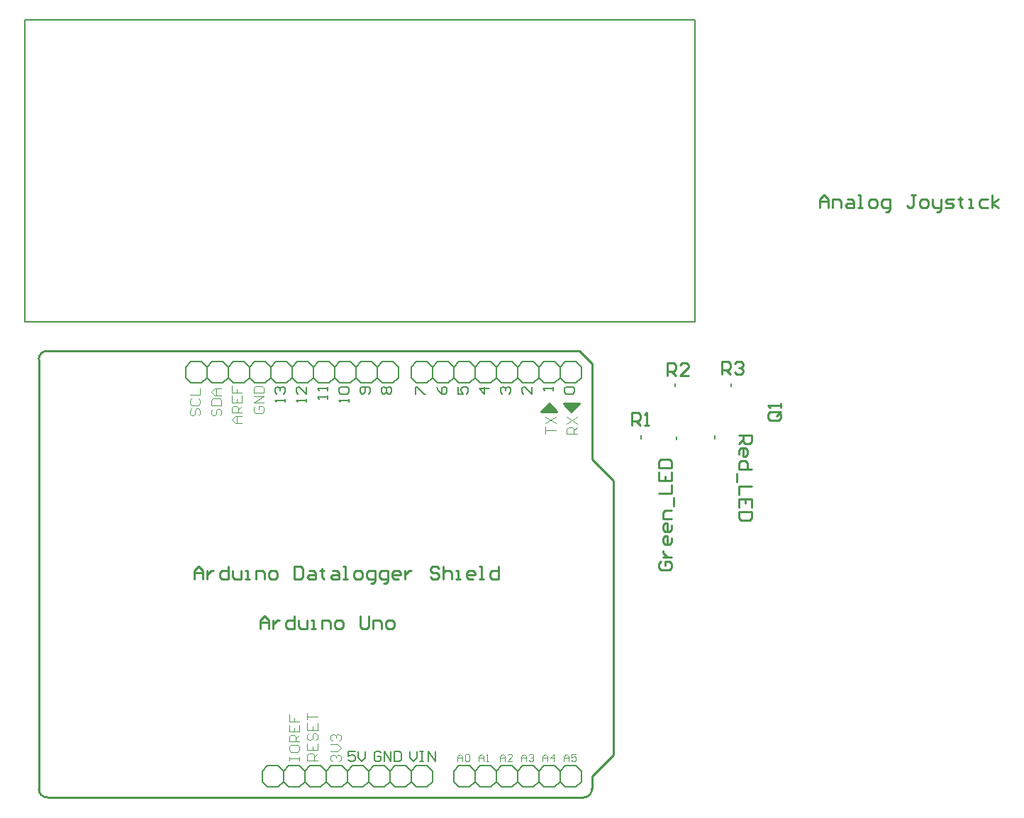
<source format=gbr>
G04*
G04 #@! TF.GenerationSoftware,Altium Limited,Altium Designer,25.1.2 (22)*
G04*
G04 Layer_Color=65535*
%FSLAX44Y44*%
%MOMM*%
G71*
G04*
G04 #@! TF.SameCoordinates,9535EB50-0258-4A23-84A0-ABDCE19BAB1E*
G04*
G04*
G04 #@! TF.FilePolarity,Positive*
G04*
G01*
G75*
%ADD10C,0.2540*%
%ADD11C,0.1270*%
%ADD12C,0.1500*%
%ADD13C,0.1524*%
%ADD14C,0.3048*%
%ADD15C,0.1451*%
%ADD16C,0.1036*%
%ADD17C,0.1209*%
D10*
X954104Y301020D02*
G03*
X964010Y311180I-127J10033D01*
G01*
X303610D02*
G03*
X313770Y301020I10160J0D01*
G01*
Y834420D02*
G03*
X303610Y824514I-127J-10033D01*
G01*
X313770Y834420D02*
X948770D01*
X964010Y819180D01*
Y704880D02*
Y819180D01*
X989410Y351820D02*
Y679480D01*
X964010Y326420D02*
X989410Y351820D01*
X964010Y311180D02*
Y326420D01*
X313770Y301020D02*
X954104D01*
X303610Y311180D02*
Y824514D01*
X964010Y704880D02*
X989410Y679480D01*
X1235971Y1005586D02*
Y1015743D01*
X1241049Y1020821D01*
X1246128Y1015743D01*
Y1005586D01*
Y1013204D01*
X1235971D01*
X1251206Y1005586D02*
Y1015743D01*
X1258824D01*
X1261363Y1013204D01*
Y1005586D01*
X1268980Y1015743D02*
X1274059D01*
X1276598Y1013204D01*
Y1005586D01*
X1268980D01*
X1266441Y1008125D01*
X1268980Y1010664D01*
X1276598D01*
X1281676Y1005586D02*
X1286755D01*
X1284215D01*
Y1020821D01*
X1281676D01*
X1296911Y1005586D02*
X1301990D01*
X1304529Y1008125D01*
Y1013204D01*
X1301990Y1015743D01*
X1296911D01*
X1294372Y1013204D01*
Y1008125D01*
X1296911Y1005586D01*
X1314686Y1000508D02*
X1317225D01*
X1319764Y1003047D01*
Y1015743D01*
X1312146D01*
X1309607Y1013204D01*
Y1008125D01*
X1312146Y1005586D01*
X1319764D01*
X1350234Y1020821D02*
X1345156D01*
X1347695D01*
Y1008125D01*
X1345156Y1005586D01*
X1342616D01*
X1340077Y1008125D01*
X1357852Y1005586D02*
X1362930D01*
X1365469Y1008125D01*
Y1013204D01*
X1362930Y1015743D01*
X1357852D01*
X1355312Y1013204D01*
Y1008125D01*
X1357852Y1005586D01*
X1370547Y1015743D02*
Y1008125D01*
X1373087Y1005586D01*
X1380704D01*
Y1003047D01*
X1378165Y1000508D01*
X1375626D01*
X1380704Y1005586D02*
Y1015743D01*
X1385782Y1005586D02*
X1393400D01*
X1395939Y1008125D01*
X1393400Y1010664D01*
X1388322D01*
X1385782Y1013204D01*
X1388322Y1015743D01*
X1395939D01*
X1403557Y1018282D02*
Y1015743D01*
X1401018D01*
X1406096D01*
X1403557D01*
Y1008125D01*
X1406096Y1005586D01*
X1413714D02*
X1418792D01*
X1416253D01*
Y1015743D01*
X1413714D01*
X1436566D02*
X1428949D01*
X1426409Y1013204D01*
Y1008125D01*
X1428949Y1005586D01*
X1436566D01*
X1441644D02*
Y1020821D01*
Y1010664D02*
X1449262Y1015743D01*
X1441644Y1010664D02*
X1449262Y1005586D01*
X489210Y561420D02*
Y571577D01*
X494288Y576655D01*
X499367Y571577D01*
Y561420D01*
Y569038D01*
X489210D01*
X504445Y571577D02*
Y561420D01*
Y566498D01*
X506984Y569038D01*
X509523Y571577D01*
X512063D01*
X529837Y576655D02*
Y561420D01*
X522219D01*
X519680Y563959D01*
Y569038D01*
X522219Y571577D01*
X529837D01*
X534915D02*
Y563959D01*
X537454Y561420D01*
X545072D01*
Y571577D01*
X550150Y561420D02*
X555229D01*
X552690D01*
Y571577D01*
X550150D01*
X562846Y561420D02*
Y571577D01*
X570464D01*
X573003Y569038D01*
Y561420D01*
X580620D02*
X585699D01*
X588238Y563959D01*
Y569038D01*
X585699Y571577D01*
X580620D01*
X578081Y569038D01*
Y563959D01*
X580620Y561420D01*
X608551Y576655D02*
Y561420D01*
X616169D01*
X618708Y563959D01*
Y574116D01*
X616169Y576655D01*
X608551D01*
X626326Y571577D02*
X631404D01*
X633943Y569038D01*
Y561420D01*
X626326D01*
X623787Y563959D01*
X626326Y566498D01*
X633943D01*
X641561Y574116D02*
Y571577D01*
X639021D01*
X644100D01*
X641561D01*
Y563959D01*
X644100Y561420D01*
X654257Y571577D02*
X659335D01*
X661874Y569038D01*
Y561420D01*
X654257D01*
X651717Y563959D01*
X654257Y566498D01*
X661874D01*
X666953Y561420D02*
X672031D01*
X669492D01*
Y576655D01*
X666953D01*
X682188Y561420D02*
X687266D01*
X689805Y563959D01*
Y569038D01*
X687266Y571577D01*
X682188D01*
X679648Y569038D01*
Y563959D01*
X682188Y561420D01*
X699962Y556342D02*
X702501D01*
X705040Y558881D01*
Y571577D01*
X697423D01*
X694883Y569038D01*
Y563959D01*
X697423Y561420D01*
X705040D01*
X715197Y556342D02*
X717736D01*
X720275Y558881D01*
Y571577D01*
X712658D01*
X710118Y569038D01*
Y563959D01*
X712658Y561420D01*
X720275D01*
X732971D02*
X727893D01*
X725354Y563959D01*
Y569038D01*
X727893Y571577D01*
X732971D01*
X735510Y569038D01*
Y566498D01*
X725354D01*
X740589Y571577D02*
Y561420D01*
Y566498D01*
X743128Y569038D01*
X745667Y571577D01*
X748206D01*
X781216Y574116D02*
X778676Y576655D01*
X773598D01*
X771059Y574116D01*
Y571577D01*
X773598Y569038D01*
X778676D01*
X781216Y566498D01*
Y563959D01*
X778676Y561420D01*
X773598D01*
X771059Y563959D01*
X786294Y576655D02*
Y561420D01*
Y569038D01*
X788833Y571577D01*
X793911D01*
X796451Y569038D01*
Y561420D01*
X801529D02*
X806607D01*
X804068D01*
Y571577D01*
X801529D01*
X821842Y561420D02*
X816764D01*
X814225Y563959D01*
Y569038D01*
X816764Y571577D01*
X821842D01*
X824382Y569038D01*
Y566498D01*
X814225D01*
X829460Y561420D02*
X834538D01*
X831999D01*
Y576655D01*
X829460D01*
X852312D02*
Y561420D01*
X844695D01*
X842156Y563959D01*
Y569038D01*
X844695Y571577D01*
X852312D01*
X1118874Y806452D02*
Y821687D01*
X1126492D01*
X1129031Y819148D01*
Y814070D01*
X1126492Y811531D01*
X1118874D01*
X1123952D02*
X1129031Y806452D01*
X1134109Y819148D02*
X1136648Y821687D01*
X1141727D01*
X1144266Y819148D01*
Y816609D01*
X1141727Y814070D01*
X1139187D01*
X1141727D01*
X1144266Y811531D01*
Y808992D01*
X1141727Y806452D01*
X1136648D01*
X1134109Y808992D01*
X1054104Y805182D02*
Y820417D01*
X1061722D01*
X1064261Y817878D01*
Y812800D01*
X1061722Y810261D01*
X1054104D01*
X1059183D02*
X1064261Y805182D01*
X1079496D02*
X1069339D01*
X1079496Y815339D01*
Y817878D01*
X1076957Y820417D01*
X1071878D01*
X1069339Y817878D01*
X1011503Y745492D02*
Y760727D01*
X1019121D01*
X1021660Y758188D01*
Y753110D01*
X1019121Y750571D01*
X1011503D01*
X1016582D02*
X1021660Y745492D01*
X1026738D02*
X1031817D01*
X1029278D01*
Y760727D01*
X1026738Y758188D01*
X1139571Y733679D02*
X1154806D01*
Y726061D01*
X1152267Y723522D01*
X1147188D01*
X1144649Y726061D01*
Y733679D01*
Y728601D02*
X1139571Y723522D01*
Y710826D02*
Y715905D01*
X1142110Y718444D01*
X1147188D01*
X1149728Y715905D01*
Y710826D01*
X1147188Y708287D01*
X1144649D01*
Y718444D01*
X1154806Y693052D02*
X1139571D01*
Y700670D01*
X1142110Y703209D01*
X1147188D01*
X1149728Y700670D01*
Y693052D01*
X1137032Y687974D02*
Y677817D01*
X1154806Y672739D02*
X1139571D01*
Y662582D01*
X1154806Y647347D02*
Y657504D01*
X1139571D01*
Y647347D01*
X1147188Y657504D02*
Y652425D01*
X1154806Y642269D02*
X1139571D01*
Y634651D01*
X1142110Y632112D01*
X1152267D01*
X1154806Y634651D01*
Y642269D01*
X1186816Y761870D02*
X1176659D01*
X1174120Y759331D01*
Y754252D01*
X1176659Y751713D01*
X1186816D01*
X1189355Y754252D01*
Y759331D01*
X1184277Y756791D02*
X1189355Y761870D01*
Y759331D02*
X1186816Y761870D01*
X1189355Y766948D02*
Y772026D01*
Y769487D01*
X1174120D01*
X1176659Y766948D01*
X1046482Y582948D02*
X1043943Y580409D01*
Y575331D01*
X1046482Y572791D01*
X1056639D01*
X1059178Y575331D01*
Y580409D01*
X1056639Y582948D01*
X1051560D01*
Y577870D01*
X1049021Y588026D02*
X1059178D01*
X1054100D01*
X1051560Y590566D01*
X1049021Y593105D01*
Y595644D01*
X1059178Y610879D02*
Y605801D01*
X1056639Y603261D01*
X1051560D01*
X1049021Y605801D01*
Y610879D01*
X1051560Y613418D01*
X1054100D01*
Y603261D01*
X1059178Y626114D02*
Y621036D01*
X1056639Y618497D01*
X1051560D01*
X1049021Y621036D01*
Y626114D01*
X1051560Y628653D01*
X1054100D01*
Y618497D01*
X1059178Y633732D02*
X1049021D01*
Y641349D01*
X1051560Y643888D01*
X1059178D01*
X1061717Y648967D02*
Y659123D01*
X1043943Y664202D02*
X1059178D01*
Y674359D01*
X1043943Y689594D02*
Y679437D01*
X1059178D01*
Y689594D01*
X1051560Y679437D02*
Y684515D01*
X1043943Y694672D02*
X1059178D01*
Y702290D01*
X1056639Y704829D01*
X1046482D01*
X1043943Y702290D01*
Y694672D01*
X567716Y502923D02*
Y513079D01*
X572794Y518158D01*
X577873Y513079D01*
Y502923D01*
Y510540D01*
X567716D01*
X582951Y513079D02*
Y502923D01*
Y508001D01*
X585490Y510540D01*
X588029Y513079D01*
X590569D01*
X608343Y518158D02*
Y502923D01*
X600725D01*
X598186Y505462D01*
Y510540D01*
X600725Y513079D01*
X608343D01*
X613421D02*
Y505462D01*
X615960Y502923D01*
X623578D01*
Y513079D01*
X628656Y502923D02*
X633735D01*
X631195D01*
Y513079D01*
X628656D01*
X641352Y502923D02*
Y513079D01*
X648970D01*
X651509Y510540D01*
Y502923D01*
X659126D02*
X664205D01*
X666744Y505462D01*
Y510540D01*
X664205Y513079D01*
X659126D01*
X656587Y510540D01*
Y505462D01*
X659126Y502923D01*
X687057Y518158D02*
Y505462D01*
X689596Y502923D01*
X694675D01*
X697214Y505462D01*
Y518158D01*
X702292Y502923D02*
Y513079D01*
X709910D01*
X712449Y510540D01*
Y502923D01*
X720067D02*
X725145D01*
X727684Y505462D01*
Y510540D01*
X725145Y513079D01*
X720067D01*
X717527Y510540D01*
Y505462D01*
X720067Y502923D01*
D11*
X287030Y1229500D02*
X1087030D01*
X287030Y869500D02*
Y1229500D01*
Y869500D02*
X1087030D01*
Y1229500D01*
D12*
X1130300Y791750D02*
Y795750D01*
X1063570Y791750D02*
Y795750D01*
X1022930Y729520D02*
Y733520D01*
X1111140Y729520D02*
Y733520D01*
X1065110Y728250D02*
Y732250D01*
D13*
X754460Y821720D02*
X767160D01*
X773510Y815370D01*
X767160Y796320D02*
X773510Y802670D01*
X748110Y815370D02*
X754460Y821720D01*
X748110Y802670D02*
Y815370D01*
Y802670D02*
X754460Y796320D01*
X767160D01*
X932260Y821720D02*
X944960D01*
X951310Y815370D01*
X944960Y796320D02*
X951310Y802670D01*
Y815370D01*
X919560Y821720D02*
X925910Y815370D01*
X906860Y821720D02*
X919560D01*
X900510Y815370D02*
X906860Y821720D01*
X900510Y802670D02*
Y815370D01*
Y802670D02*
X906860Y796320D01*
X919560D01*
X925910Y802670D01*
Y815370D02*
X932260Y821720D01*
X925910Y802670D02*
Y815370D01*
Y802670D02*
X932260Y796320D01*
X944960D01*
X856060Y821720D02*
X868760D01*
X875110Y815370D01*
X868760Y796320D02*
X875110Y802670D01*
X894160Y821720D02*
X900510Y815370D01*
X881460Y821720D02*
X894160D01*
X875110Y815370D02*
X881460Y821720D01*
X875110Y802670D02*
Y815370D01*
Y802670D02*
X881460Y796320D01*
X894160D01*
X900510Y802670D01*
X843360Y821720D02*
X849710Y815370D01*
X830660Y821720D02*
X843360D01*
X824310Y815370D02*
X830660Y821720D01*
X824310Y802670D02*
Y815370D01*
Y802670D02*
X830660Y796320D01*
X843360D01*
X849710Y802670D01*
Y815370D02*
X856060Y821720D01*
X849710Y802670D02*
Y815370D01*
Y802670D02*
X856060Y796320D01*
X868760D01*
X779860Y821720D02*
X792560D01*
X798910Y815370D01*
X792560Y796320D02*
X798910Y802670D01*
X817960Y821720D02*
X824310Y815370D01*
X805260Y821720D02*
X817960D01*
X798910Y815370D02*
X805260Y821720D01*
X798910Y802670D02*
Y815370D01*
Y802670D02*
X805260Y796320D01*
X817960D01*
X824310Y802670D01*
X773510Y815370D02*
X779860Y821720D01*
X773510Y802670D02*
Y815370D01*
Y802670D02*
X779860Y796320D01*
X792560D01*
X485220Y821720D02*
X497920D01*
X504270Y815370D01*
X497920Y796320D02*
X504270Y802670D01*
X478870Y815370D02*
X485220Y821720D01*
X478870Y802670D02*
Y815370D01*
Y802670D02*
X485220Y796320D01*
X497920D01*
X713820Y821720D02*
X726520D01*
X732870Y815370D01*
X726520Y796320D02*
X732870Y802670D01*
Y815370D01*
X701120Y821720D02*
X707470Y815370D01*
X688420Y821720D02*
X701120D01*
X682070Y815370D02*
X688420Y821720D01*
X682070Y802670D02*
Y815370D01*
Y802670D02*
X688420Y796320D01*
X701120D01*
X707470Y802670D01*
Y815370D02*
X713820Y821720D01*
X707470Y802670D02*
Y815370D01*
Y802670D02*
X713820Y796320D01*
X726520D01*
X637620Y821720D02*
X650320D01*
X656670Y815370D01*
X650320Y796320D02*
X656670Y802670D01*
X675720Y821720D02*
X682070Y815370D01*
X663020Y821720D02*
X675720D01*
X656670Y815370D02*
X663020Y821720D01*
X656670Y802670D02*
Y815370D01*
Y802670D02*
X663020Y796320D01*
X675720D01*
X682070Y802670D01*
X624920Y821720D02*
X631270Y815370D01*
X612220Y821720D02*
X624920D01*
X605870Y815370D02*
X612220Y821720D01*
X605870Y802670D02*
Y815370D01*
Y802670D02*
X612220Y796320D01*
X624920D01*
X631270Y802670D01*
Y815370D02*
X637620Y821720D01*
X631270Y802670D02*
Y815370D01*
Y802670D02*
X637620Y796320D01*
X650320D01*
X561420Y821720D02*
X574120D01*
X580470Y815370D01*
X574120Y796320D02*
X580470Y802670D01*
X599520Y821720D02*
X605870Y815370D01*
X586820Y821720D02*
X599520D01*
X580470Y815370D02*
X586820Y821720D01*
X580470Y802670D02*
Y815370D01*
Y802670D02*
X586820Y796320D01*
X599520D01*
X605870Y802670D01*
X548720Y821720D02*
X555070Y815370D01*
X536020Y821720D02*
X548720D01*
X529670Y815370D02*
X536020Y821720D01*
X529670Y802670D02*
Y815370D01*
Y802670D02*
X536020Y796320D01*
X548720D01*
X555070Y802670D01*
Y815370D02*
X561420Y821720D01*
X555070Y802670D02*
Y815370D01*
Y802670D02*
X561420Y796320D01*
X574120D01*
X523320Y821720D02*
X529670Y815370D01*
X510620Y821720D02*
X523320D01*
X504270Y815370D02*
X510620Y821720D01*
X504270Y802670D02*
Y815370D01*
Y802670D02*
X510620Y796320D01*
X523320D01*
X529670Y802670D01*
X932260Y313720D02*
X944960D01*
X925910Y320070D02*
X932260Y313720D01*
X925910Y332770D02*
X932260Y339120D01*
X944960Y313720D02*
X951310Y320070D01*
Y332770D01*
X944960Y339120D02*
X951310Y332770D01*
X932260Y339120D02*
X944960D01*
X805260Y313720D02*
X817960D01*
X798910Y320070D02*
X805260Y313720D01*
X798910Y332770D02*
X805260Y339120D01*
X798910Y320070D02*
Y332770D01*
X824310Y320070D02*
X830660Y313720D01*
X843360D01*
X849710Y320070D01*
Y332770D01*
X843360Y339120D02*
X849710Y332770D01*
X830660Y339120D02*
X843360D01*
X824310Y332770D02*
X830660Y339120D01*
X817960Y313720D02*
X824310Y320070D01*
Y332770D01*
X817960Y339120D02*
X824310Y332770D01*
X805260Y339120D02*
X817960D01*
X881460Y313720D02*
X894160D01*
X875110Y320070D02*
X881460Y313720D01*
X875110Y332770D02*
X881460Y339120D01*
X849710Y320070D02*
X856060Y313720D01*
X868760D01*
X875110Y320070D01*
Y332770D01*
X868760Y339120D02*
X875110Y332770D01*
X856060Y339120D02*
X868760D01*
X849710Y332770D02*
X856060Y339120D01*
X900510Y320070D02*
X906860Y313720D01*
X919560D01*
X925910Y320070D01*
Y332770D01*
X919560Y339120D02*
X925910Y332770D01*
X906860Y339120D02*
X919560D01*
X900510Y332770D02*
X906860Y339120D01*
X894160Y313720D02*
X900510Y320070D01*
Y332770D01*
X894160Y339120D02*
X900510Y332770D01*
X881460Y339120D02*
X894160D01*
X754460Y313720D02*
X767160D01*
X748110Y320070D02*
X754460Y313720D01*
X748110Y332770D02*
X754460Y339120D01*
X767160Y313720D02*
X773510Y320070D01*
Y332770D01*
X767160Y339120D02*
X773510Y332770D01*
X754460Y339120D02*
X767160D01*
X576660Y313720D02*
X589360D01*
X570310Y320070D02*
X576660Y313720D01*
X570310Y332770D02*
X576660Y339120D01*
X570310Y320070D02*
Y332770D01*
X595710Y320070D02*
X602060Y313720D01*
X614760D01*
X621110Y320070D01*
Y332770D01*
X614760Y339120D02*
X621110Y332770D01*
X602060Y339120D02*
X614760D01*
X595710Y332770D02*
X602060Y339120D01*
X589360Y313720D02*
X595710Y320070D01*
Y332770D01*
X589360Y339120D02*
X595710Y332770D01*
X576660Y339120D02*
X589360D01*
X652860Y313720D02*
X665560D01*
X646510Y320070D02*
X652860Y313720D01*
X646510Y332770D02*
X652860Y339120D01*
X621110Y320070D02*
X627460Y313720D01*
X640160D01*
X646510Y320070D01*
Y332770D01*
X640160Y339120D02*
X646510Y332770D01*
X627460Y339120D02*
X640160D01*
X621110Y332770D02*
X627460Y339120D01*
X671910Y320070D02*
X678260Y313720D01*
X690960D01*
X697310Y320070D01*
Y332770D01*
X690960Y339120D02*
X697310Y332770D01*
X678260Y339120D02*
X690960D01*
X671910Y332770D02*
X678260Y339120D01*
X665560Y313720D02*
X671910Y320070D01*
Y332770D01*
X665560Y339120D02*
X671910Y332770D01*
X652860Y339120D02*
X665560D01*
X729060Y313720D02*
X741760D01*
X722710Y320070D02*
X729060Y313720D01*
X722710Y332770D02*
X729060Y339120D01*
X697310Y320070D02*
X703660Y313720D01*
X716360D01*
X722710Y320070D01*
Y332770D01*
X716360Y339120D02*
X722710Y332770D01*
X703660Y339120D02*
X716360D01*
X697310Y332770D02*
X703660Y339120D01*
X741760Y313720D02*
X748110Y320070D01*
Y332770D01*
X741760Y339120D02*
X748110Y332770D01*
X729060Y339120D02*
X741760D01*
D14*
X904320Y762030D02*
X922100D01*
X913210Y770920D02*
X922100Y762030D01*
X904320D02*
X913210Y770920D01*
X930990D02*
X948770D01*
X930990D02*
X939880Y762030D01*
X948770Y770920D01*
X908130Y763300D02*
X913210Y768380D01*
X918290Y763300D01*
X910670D02*
X918290D01*
X910670D02*
X914480Y765840D01*
X934800Y769650D02*
X944960D01*
X939880Y764570D02*
X944960Y769650D01*
X936070Y768380D02*
X939880Y764570D01*
X936070Y768380D02*
X941150D01*
X939880Y765840D02*
Y767110D01*
D15*
X681238Y356287D02*
X673180D01*
Y350243D01*
X677209Y352258D01*
X679223D01*
X681238Y350243D01*
Y346214D01*
X679223Y344200D01*
X675194D01*
X673180Y346214D01*
X685266Y356287D02*
Y348229D01*
X689295Y344200D01*
X693324Y348229D01*
Y356287D01*
X746840D02*
Y348229D01*
X750869Y344200D01*
X754898Y348229D01*
Y356287D01*
X758926D02*
X762955D01*
X760941D01*
Y344200D01*
X758926D01*
X762955D01*
X768999D02*
Y356287D01*
X777056Y344200D01*
Y356287D01*
X711972Y354272D02*
X709957Y356287D01*
X705928D01*
X703914Y354272D01*
Y346214D01*
X705928Y344200D01*
X709957D01*
X711972Y346214D01*
Y350243D01*
X707943D01*
X716001Y344200D02*
Y356287D01*
X724058Y344200D01*
Y356287D01*
X728087D02*
Y344200D01*
X734130D01*
X736145Y346214D01*
Y354272D01*
X734130Y356287D01*
X728087D01*
X597636Y773110D02*
Y777139D01*
Y775125D01*
X585550D01*
X587564Y773110D01*
Y783182D02*
X585550Y785197D01*
Y789226D01*
X587564Y791240D01*
X589579D01*
X591593Y789226D01*
Y787211D01*
Y789226D01*
X593608Y791240D01*
X595622D01*
X597636Y789226D01*
Y785197D01*
X595622Y783182D01*
X623036Y773110D02*
Y777139D01*
Y775125D01*
X610950D01*
X612964Y773110D01*
X623036Y791240D02*
Y783182D01*
X614979Y791240D01*
X612964D01*
X610950Y789226D01*
Y785197D01*
X612964Y783182D01*
X648437Y777139D02*
Y781168D01*
Y779154D01*
X636350D01*
X638364Y777139D01*
X648437Y787211D02*
Y791240D01*
Y789226D01*
X636350D01*
X638364Y787211D01*
X673837Y773110D02*
Y777139D01*
Y775125D01*
X661750D01*
X663764Y773110D01*
Y783182D02*
X661750Y785197D01*
Y789226D01*
X663764Y791240D01*
X671822D01*
X673837Y789226D01*
Y785197D01*
X671822Y783182D01*
X663764D01*
X697222D02*
X699237Y785197D01*
Y789226D01*
X697222Y791240D01*
X689164D01*
X687150Y789226D01*
Y785197D01*
X689164Y783182D01*
X691179D01*
X693193Y785197D01*
Y791240D01*
X714564Y783182D02*
X712550Y785197D01*
Y789226D01*
X714564Y791240D01*
X716579D01*
X718593Y789226D01*
X720608Y791240D01*
X722622D01*
X724637Y789226D01*
Y785197D01*
X722622Y783182D01*
X720608D01*
X718593Y785197D01*
X716579Y783182D01*
X714564D01*
X718593Y785197D02*
Y789226D01*
X753190Y783182D02*
Y791240D01*
X755204D01*
X763262Y783182D01*
X765276D01*
X778590Y791240D02*
X780604Y787211D01*
X784633Y783182D01*
X788662D01*
X790676Y785197D01*
Y789226D01*
X788662Y791240D01*
X786648D01*
X784633Y789226D01*
Y783182D01*
X803990Y791240D02*
Y783182D01*
X810033D01*
X808019Y787211D01*
Y789226D01*
X810033Y791240D01*
X814062D01*
X816077Y789226D01*
Y785197D01*
X814062Y783182D01*
X841477Y789226D02*
X829390D01*
X835433Y783182D01*
Y791240D01*
X856804Y783182D02*
X854790Y785197D01*
Y789226D01*
X856804Y791240D01*
X858819D01*
X860833Y789226D01*
Y787211D01*
Y789226D01*
X862848Y791240D01*
X864862D01*
X866877Y789226D01*
Y785197D01*
X864862Y783182D01*
X892277Y791240D02*
Y783182D01*
X884219Y791240D01*
X882204D01*
X880190Y789226D01*
Y785197D01*
X882204Y783182D01*
X917676Y787211D02*
Y791240D01*
Y789226D01*
X905590D01*
X907604Y787211D01*
X933004Y783182D02*
X930990Y785197D01*
Y789226D01*
X933004Y791240D01*
X941062D01*
X943076Y789226D01*
Y785197D01*
X941062Y783182D01*
X933004D01*
D16*
X803736Y344454D02*
Y350210D01*
X806614Y353087D01*
X809492Y350210D01*
Y344454D01*
Y348771D01*
X803736D01*
X812369Y351648D02*
X813808Y353087D01*
X816686D01*
X818125Y351648D01*
Y345893D01*
X816686Y344454D01*
X813808D01*
X812369Y345893D01*
Y351648D01*
X829136Y344454D02*
Y350210D01*
X832014Y353087D01*
X834892Y350210D01*
Y344454D01*
Y348771D01*
X829136D01*
X837769Y344454D02*
X840647D01*
X839208D01*
Y353087D01*
X837769Y351648D01*
X854536Y344454D02*
Y350210D01*
X857414Y353087D01*
X860292Y350210D01*
Y344454D01*
Y348771D01*
X854536D01*
X868925Y344454D02*
X863169D01*
X868925Y350210D01*
Y351648D01*
X867486Y353087D01*
X864608D01*
X863169Y351648D01*
X879936Y344454D02*
Y350210D01*
X882814Y353087D01*
X885692Y350210D01*
Y344454D01*
Y348771D01*
X879936D01*
X888569Y351648D02*
X890008Y353087D01*
X892886D01*
X894325Y351648D01*
Y350210D01*
X892886Y348771D01*
X891447D01*
X892886D01*
X894325Y347332D01*
Y345893D01*
X892886Y344454D01*
X890008D01*
X888569Y345893D01*
X905336Y344454D02*
Y350210D01*
X908214Y353087D01*
X911092Y350210D01*
Y344454D01*
Y348771D01*
X905336D01*
X918286Y344454D02*
Y353087D01*
X913969Y348771D01*
X919725D01*
X930736Y344454D02*
Y350210D01*
X933614Y353087D01*
X936491Y350210D01*
Y344454D01*
Y348771D01*
X930736D01*
X945125Y353087D02*
X939369D01*
Y348771D01*
X942247Y350210D01*
X943686D01*
X945125Y348771D01*
Y345893D01*
X943686Y344454D01*
X940808D01*
X939369Y345893D01*
D17*
X546074Y748447D02*
X538017D01*
X533988Y752476D01*
X538017Y756505D01*
X546074D01*
X540031D01*
Y748447D01*
X546074Y760533D02*
X533988D01*
Y766577D01*
X536002Y768591D01*
X540031D01*
X542046Y766577D01*
Y760533D01*
Y764562D02*
X546074Y768591D01*
X533988Y780677D02*
Y772620D01*
X546074D01*
Y780677D01*
X540031Y772620D02*
Y776649D01*
X533988Y792764D02*
Y784706D01*
X540031D01*
Y788735D01*
Y784706D01*
X546074D01*
X562418Y768337D02*
X560404Y766323D01*
Y762294D01*
X562418Y760279D01*
X570476D01*
X572491Y762294D01*
Y766323D01*
X570476Y768337D01*
X566447D01*
Y764308D01*
X572491Y772366D02*
X560404D01*
X572491Y780424D01*
X560404D01*
Y784452D02*
X572491D01*
Y790496D01*
X570476Y792510D01*
X562418D01*
X560404Y790496D01*
Y784452D01*
X636350Y345470D02*
X624263D01*
Y351513D01*
X626278Y353528D01*
X630307D01*
X632321Y351513D01*
Y345470D01*
Y349499D02*
X636350Y353528D01*
X624263Y365614D02*
Y357556D01*
X636350D01*
Y365614D01*
X630307Y357556D02*
Y361585D01*
X626278Y377701D02*
X624263Y375686D01*
Y371657D01*
X626278Y369643D01*
X628292D01*
X630307Y371657D01*
Y375686D01*
X632321Y377701D01*
X634336D01*
X636350Y375686D01*
Y371657D01*
X634336Y369643D01*
X624263Y389787D02*
Y381730D01*
X636350D01*
Y389787D01*
X630307Y381730D02*
Y385758D01*
X624263Y393816D02*
Y401874D01*
Y397845D01*
X636350D01*
X654218Y344200D02*
X652204Y346214D01*
Y350243D01*
X654218Y352258D01*
X656232D01*
X658247Y350243D01*
Y348229D01*
Y350243D01*
X660261Y352258D01*
X662276D01*
X664290Y350243D01*
Y346214D01*
X662276Y344200D01*
X652204Y356287D02*
X660261D01*
X664290Y360315D01*
X660261Y364344D01*
X652204D01*
X654218Y368373D02*
X652204Y370387D01*
Y374416D01*
X654218Y376431D01*
X656232D01*
X658247Y374416D01*
Y372402D01*
Y374416D01*
X660261Y376431D01*
X662276D01*
X664290Y374416D01*
Y370387D01*
X662276Y368373D01*
X602673Y345470D02*
Y349499D01*
Y347484D01*
X614760D01*
Y345470D01*
Y349499D01*
X602673Y361585D02*
Y357556D01*
X604688Y355542D01*
X612746D01*
X614760Y357556D01*
Y361585D01*
X612746Y363600D01*
X604688D01*
X602673Y361585D01*
X614760Y367629D02*
X602673D01*
Y373672D01*
X604688Y375686D01*
X608717D01*
X610731Y373672D01*
Y367629D01*
Y371657D02*
X614760Y375686D01*
X602673Y387773D02*
Y379715D01*
X614760D01*
Y387773D01*
X608717Y379715D02*
Y383744D01*
X602673Y399859D02*
Y391801D01*
X608717D01*
Y395830D01*
Y391801D01*
X614760D01*
X908744Y735614D02*
Y743672D01*
Y739643D01*
X920830D01*
X908744Y747701D02*
X920830Y755758D01*
X908744D02*
X920830Y747701D01*
X946230Y735360D02*
X934144D01*
Y741403D01*
X936158Y743418D01*
X940187D01*
X942201Y741403D01*
Y735360D01*
Y739389D02*
X946230Y743418D01*
X934144Y747447D02*
X946230Y755504D01*
X934144D02*
X946230Y747447D01*
X486138Y765478D02*
X484123Y763463D01*
Y759434D01*
X486138Y757420D01*
X488152D01*
X490167Y759434D01*
Y763463D01*
X492181Y765478D01*
X494196D01*
X496210Y763463D01*
Y759434D01*
X494196Y757420D01*
X486138Y777564D02*
X484123Y775550D01*
Y771521D01*
X486138Y769507D01*
X494196D01*
X496210Y771521D01*
Y775550D01*
X494196Y777564D01*
X484123Y781593D02*
X496210D01*
Y789651D01*
X511424Y765348D02*
X509409Y763333D01*
Y759304D01*
X511424Y757290D01*
X513438D01*
X515453Y759304D01*
Y763333D01*
X517467Y765348D01*
X519482D01*
X521496Y763333D01*
Y759304D01*
X519482Y757290D01*
X509409Y769377D02*
X521496D01*
Y775420D01*
X519482Y777434D01*
X511424D01*
X509409Y775420D01*
Y769377D01*
X521496Y781463D02*
X513438D01*
X509409Y785492D01*
X513438Y789521D01*
X521496D01*
X515453D01*
Y781463D01*
M02*

</source>
